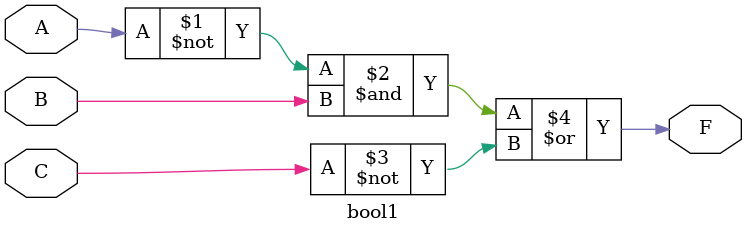
<source format=v>
module bool1(input A,input B,input C, output F);

assign F = ((~A)&B)|(~C);

endmodule

</source>
